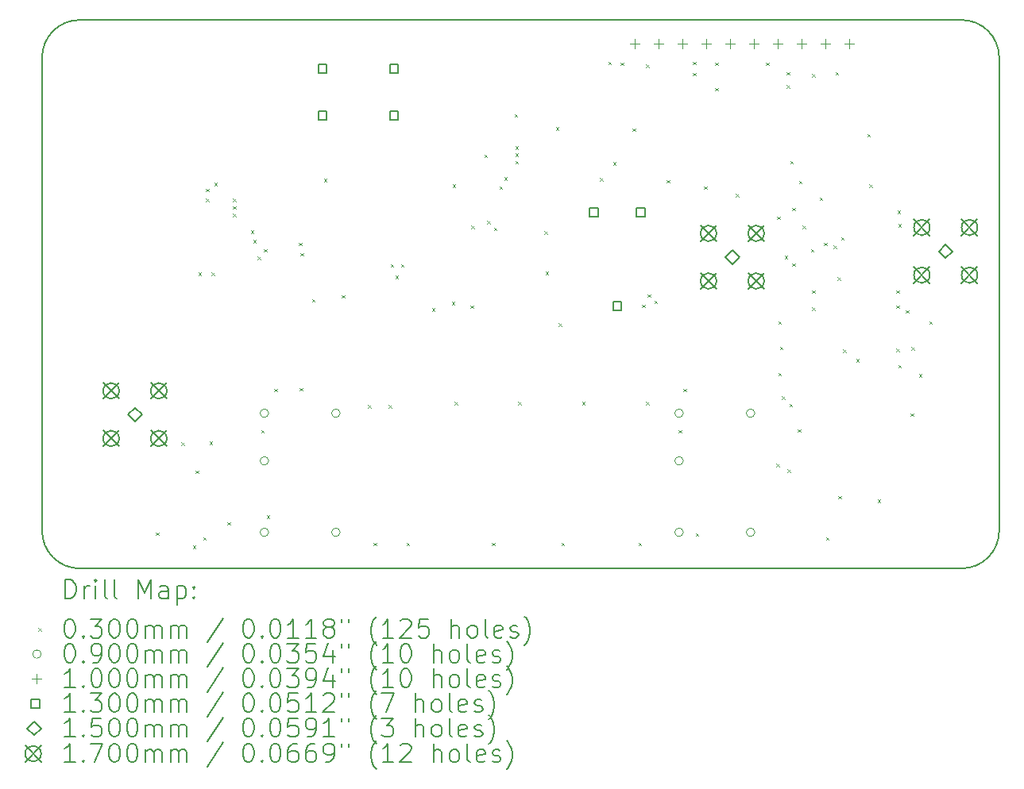
<source format=gbr>
%FSLAX45Y45*%
G04 Gerber Fmt 4.5, Leading zero omitted, Abs format (unit mm)*
G04 Created by KiCad (PCBNEW (6.0.6)) date 2023-01-28 17:16:56*
%MOMM*%
%LPD*%
G01*
G04 APERTURE LIST*
%TA.AperFunction,Profile*%
%ADD10C,0.200000*%
%TD*%
%ADD11C,0.200000*%
%ADD12C,0.030000*%
%ADD13C,0.090000*%
%ADD14C,0.100000*%
%ADD15C,0.130000*%
%ADD16C,0.150000*%
%ADD17C,0.170000*%
G04 APERTURE END LIST*
D10*
X17550000Y-12000000D02*
X17550000Y-6950000D01*
X17550000Y-6950000D02*
G75*
G03*
X17150000Y-6550000I-400000J0D01*
G01*
X7350000Y-12000000D02*
G75*
G03*
X7750000Y-12400000I400000J0D01*
G01*
X7750000Y-6550000D02*
G75*
G03*
X7350000Y-6950000I0J-400000D01*
G01*
X7750000Y-12400000D02*
X17150000Y-12400000D01*
X7750000Y-6550000D02*
X17150000Y-6550000D01*
X7350000Y-12000000D02*
X7350000Y-6950000D01*
X17150000Y-12400000D02*
G75*
G03*
X17550000Y-12000000I0J400000D01*
G01*
D11*
D12*
X8565000Y-12015000D02*
X8595000Y-12045000D01*
X8595000Y-12015000D02*
X8565000Y-12045000D01*
X8835000Y-11055000D02*
X8865000Y-11085000D01*
X8865000Y-11055000D02*
X8835000Y-11085000D01*
X8955000Y-12155000D02*
X8985000Y-12185000D01*
X8985000Y-12155000D02*
X8955000Y-12185000D01*
X8985000Y-11355000D02*
X9015000Y-11385000D01*
X9015000Y-11355000D02*
X8985000Y-11385000D01*
X9015000Y-9245000D02*
X9045000Y-9275000D01*
X9045000Y-9245000D02*
X9015000Y-9275000D01*
X9065000Y-12065000D02*
X9095000Y-12095000D01*
X9095000Y-12065000D02*
X9065000Y-12095000D01*
X9095000Y-8350000D02*
X9125000Y-8380000D01*
X9125000Y-8350000D02*
X9095000Y-8380000D01*
X9095000Y-8455000D02*
X9125000Y-8485000D01*
X9125000Y-8455000D02*
X9095000Y-8485000D01*
X9135000Y-11045000D02*
X9165000Y-11075000D01*
X9165000Y-11045000D02*
X9135000Y-11075000D01*
X9155000Y-9245000D02*
X9185000Y-9275000D01*
X9185000Y-9245000D02*
X9155000Y-9275000D01*
X9185000Y-8285000D02*
X9215000Y-8315000D01*
X9215000Y-8285000D02*
X9185000Y-8315000D01*
X9325000Y-11905000D02*
X9355000Y-11935000D01*
X9355000Y-11905000D02*
X9325000Y-11935000D01*
X9385000Y-8455000D02*
X9415000Y-8485000D01*
X9415000Y-8455000D02*
X9385000Y-8485000D01*
X9385000Y-8535000D02*
X9415000Y-8565000D01*
X9415000Y-8535000D02*
X9385000Y-8565000D01*
X9385000Y-8615000D02*
X9415000Y-8645000D01*
X9415000Y-8615000D02*
X9385000Y-8645000D01*
X9575000Y-8795000D02*
X9605000Y-8825000D01*
X9605000Y-8795000D02*
X9575000Y-8825000D01*
X9600000Y-8895000D02*
X9630000Y-8925000D01*
X9630000Y-8895000D02*
X9600000Y-8925000D01*
X9645000Y-9075000D02*
X9675000Y-9105000D01*
X9675000Y-9075000D02*
X9645000Y-9105000D01*
X9685000Y-10925000D02*
X9715000Y-10955000D01*
X9715000Y-10925000D02*
X9685000Y-10955000D01*
X9715000Y-8995000D02*
X9745000Y-9025000D01*
X9745000Y-8995000D02*
X9715000Y-9025000D01*
X9745000Y-11835000D02*
X9775000Y-11865000D01*
X9775000Y-11835000D02*
X9745000Y-11865000D01*
X9825000Y-10485000D02*
X9855000Y-10515000D01*
X9855000Y-10485000D02*
X9825000Y-10515000D01*
X10085000Y-8925000D02*
X10115000Y-8955000D01*
X10115000Y-8925000D02*
X10085000Y-8955000D01*
X10095000Y-10475000D02*
X10125000Y-10505000D01*
X10125000Y-10475000D02*
X10095000Y-10505000D01*
X10105000Y-9035000D02*
X10135000Y-9065000D01*
X10135000Y-9035000D02*
X10105000Y-9065000D01*
X10225000Y-9525000D02*
X10255000Y-9555000D01*
X10255000Y-9525000D02*
X10225000Y-9555000D01*
X10355000Y-8245000D02*
X10385000Y-8275000D01*
X10385000Y-8245000D02*
X10355000Y-8275000D01*
X10545000Y-9485000D02*
X10575000Y-9515000D01*
X10575000Y-9485000D02*
X10545000Y-9515000D01*
X10825000Y-10655000D02*
X10855000Y-10685000D01*
X10855000Y-10655000D02*
X10825000Y-10685000D01*
X10885000Y-12125000D02*
X10915000Y-12155000D01*
X10915000Y-12125000D02*
X10885000Y-12155000D01*
X11045000Y-10655000D02*
X11075000Y-10685000D01*
X11075000Y-10655000D02*
X11045000Y-10685000D01*
X11065000Y-9155000D02*
X11095000Y-9185000D01*
X11095000Y-9155000D02*
X11065000Y-9185000D01*
X11115000Y-9275000D02*
X11145000Y-9305000D01*
X11145000Y-9275000D02*
X11115000Y-9305000D01*
X11175000Y-9155000D02*
X11205000Y-9185000D01*
X11205000Y-9155000D02*
X11175000Y-9185000D01*
X11235000Y-12125000D02*
X11265000Y-12155000D01*
X11265000Y-12125000D02*
X11235000Y-12155000D01*
X11505000Y-9625000D02*
X11535000Y-9655000D01*
X11535000Y-9625000D02*
X11505000Y-9655000D01*
X11715000Y-9555000D02*
X11745000Y-9585000D01*
X11745000Y-9555000D02*
X11715000Y-9585000D01*
X11725000Y-8305000D02*
X11755000Y-8335000D01*
X11755000Y-8305000D02*
X11725000Y-8335000D01*
X11745000Y-10625000D02*
X11775000Y-10655000D01*
X11775000Y-10625000D02*
X11745000Y-10655000D01*
X11915000Y-9595000D02*
X11945000Y-9625000D01*
X11945000Y-9595000D02*
X11915000Y-9625000D01*
X11925000Y-8745000D02*
X11955000Y-8775000D01*
X11955000Y-8745000D02*
X11925000Y-8775000D01*
X12065000Y-7985000D02*
X12095000Y-8015000D01*
X12095000Y-7985000D02*
X12065000Y-8015000D01*
X12095000Y-8695000D02*
X12125000Y-8725000D01*
X12125000Y-8695000D02*
X12095000Y-8725000D01*
X12145000Y-12125000D02*
X12175000Y-12155000D01*
X12175000Y-12125000D02*
X12145000Y-12155000D01*
X12165000Y-8765000D02*
X12195000Y-8795000D01*
X12195000Y-8765000D02*
X12165000Y-8795000D01*
X12225000Y-8325000D02*
X12255000Y-8355000D01*
X12255000Y-8325000D02*
X12225000Y-8355000D01*
X12275000Y-8225000D02*
X12305000Y-8255000D01*
X12305000Y-8225000D02*
X12275000Y-8255000D01*
X12385000Y-7555000D02*
X12415000Y-7585000D01*
X12415000Y-7555000D02*
X12385000Y-7585000D01*
X12395000Y-7895000D02*
X12425000Y-7925000D01*
X12425000Y-7895000D02*
X12395000Y-7925000D01*
X12395000Y-7975000D02*
X12425000Y-8005000D01*
X12425000Y-7975000D02*
X12395000Y-8005000D01*
X12395000Y-8055000D02*
X12425000Y-8085000D01*
X12425000Y-8055000D02*
X12395000Y-8085000D01*
X12425000Y-10625000D02*
X12455000Y-10655000D01*
X12455000Y-10625000D02*
X12425000Y-10655000D01*
X12705000Y-8805000D02*
X12735000Y-8835000D01*
X12735000Y-8805000D02*
X12705000Y-8835000D01*
X12715000Y-9235000D02*
X12745000Y-9265000D01*
X12745000Y-9235000D02*
X12715000Y-9265000D01*
X12825000Y-7695000D02*
X12855000Y-7725000D01*
X12855000Y-7695000D02*
X12825000Y-7725000D01*
X12855000Y-9785000D02*
X12885000Y-9815000D01*
X12885000Y-9785000D02*
X12855000Y-9815000D01*
X12885000Y-12125000D02*
X12915000Y-12155000D01*
X12915000Y-12125000D02*
X12885000Y-12155000D01*
X13105000Y-10625000D02*
X13135000Y-10655000D01*
X13135000Y-10625000D02*
X13105000Y-10655000D01*
X13295000Y-8235000D02*
X13325000Y-8265000D01*
X13325000Y-8235000D02*
X13295000Y-8265000D01*
X13385000Y-6995000D02*
X13415000Y-7025000D01*
X13415000Y-6995000D02*
X13385000Y-7025000D01*
X13435000Y-8065000D02*
X13465000Y-8095000D01*
X13465000Y-8065000D02*
X13435000Y-8095000D01*
X13515000Y-7005000D02*
X13545000Y-7035000D01*
X13545000Y-7005000D02*
X13515000Y-7035000D01*
X13645000Y-7705000D02*
X13675000Y-7735000D01*
X13675000Y-7705000D02*
X13645000Y-7735000D01*
X13705000Y-12125000D02*
X13735000Y-12155000D01*
X13735000Y-12125000D02*
X13705000Y-12155000D01*
X13745000Y-9585000D02*
X13775000Y-9615000D01*
X13775000Y-9585000D02*
X13745000Y-9615000D01*
X13785000Y-7025000D02*
X13815000Y-7055000D01*
X13815000Y-7025000D02*
X13785000Y-7055000D01*
X13785000Y-10625000D02*
X13815000Y-10655000D01*
X13815000Y-10625000D02*
X13785000Y-10655000D01*
X13805000Y-9475000D02*
X13835000Y-9505000D01*
X13835000Y-9475000D02*
X13805000Y-9505000D01*
X13875000Y-9545000D02*
X13905000Y-9575000D01*
X13905000Y-9545000D02*
X13875000Y-9575000D01*
X14005000Y-8255000D02*
X14035000Y-8285000D01*
X14035000Y-8255000D02*
X14005000Y-8285000D01*
X14135000Y-10925000D02*
X14165000Y-10955000D01*
X14165000Y-10925000D02*
X14135000Y-10955000D01*
X14185000Y-10485000D02*
X14215000Y-10515000D01*
X14215000Y-10485000D02*
X14185000Y-10515000D01*
X14285000Y-6995000D02*
X14315000Y-7025000D01*
X14315000Y-6995000D02*
X14285000Y-7025000D01*
X14285000Y-7115000D02*
X14315000Y-7145000D01*
X14315000Y-7115000D02*
X14285000Y-7145000D01*
X14315000Y-12025000D02*
X14345000Y-12055000D01*
X14345000Y-12025000D02*
X14315000Y-12055000D01*
X14405000Y-8325000D02*
X14435000Y-8355000D01*
X14435000Y-8325000D02*
X14405000Y-8355000D01*
X14525000Y-7005000D02*
X14555000Y-7035000D01*
X14555000Y-7005000D02*
X14525000Y-7035000D01*
X14525000Y-7275000D02*
X14555000Y-7305000D01*
X14555000Y-7275000D02*
X14525000Y-7305000D01*
X14745000Y-8405000D02*
X14775000Y-8435000D01*
X14775000Y-8405000D02*
X14745000Y-8435000D01*
X15065000Y-7005000D02*
X15095000Y-7035000D01*
X15095000Y-7005000D02*
X15065000Y-7035000D01*
X15175000Y-11285000D02*
X15205000Y-11315000D01*
X15205000Y-11285000D02*
X15175000Y-11315000D01*
X15185000Y-8645000D02*
X15215000Y-8675000D01*
X15215000Y-8645000D02*
X15185000Y-8675000D01*
X15195000Y-9765000D02*
X15225000Y-9795000D01*
X15225000Y-9765000D02*
X15195000Y-9795000D01*
X15195000Y-10315000D02*
X15225000Y-10345000D01*
X15225000Y-10315000D02*
X15195000Y-10345000D01*
X15215000Y-10035000D02*
X15245000Y-10065000D01*
X15245000Y-10035000D02*
X15215000Y-10065000D01*
X15235000Y-10565000D02*
X15265000Y-10595000D01*
X15265000Y-10565000D02*
X15235000Y-10595000D01*
X15265000Y-9065000D02*
X15295000Y-9095000D01*
X15295000Y-9065000D02*
X15265000Y-9095000D01*
X15285000Y-7105000D02*
X15315000Y-7135000D01*
X15315000Y-7105000D02*
X15285000Y-7135000D01*
X15285000Y-7245000D02*
X15315000Y-7275000D01*
X15315000Y-7245000D02*
X15285000Y-7275000D01*
X15295000Y-11345000D02*
X15325000Y-11375000D01*
X15325000Y-11345000D02*
X15295000Y-11375000D01*
X15315000Y-10645000D02*
X15345000Y-10675000D01*
X15345000Y-10645000D02*
X15315000Y-10675000D01*
X15325000Y-8055000D02*
X15355000Y-8085000D01*
X15355000Y-8055000D02*
X15325000Y-8085000D01*
X15345000Y-8555000D02*
X15375000Y-8585000D01*
X15375000Y-8555000D02*
X15345000Y-8585000D01*
X15345000Y-9145000D02*
X15375000Y-9175000D01*
X15375000Y-9145000D02*
X15345000Y-9175000D01*
X15405000Y-10915000D02*
X15435000Y-10945000D01*
X15435000Y-10915000D02*
X15405000Y-10945000D01*
X15415000Y-8265000D02*
X15445000Y-8295000D01*
X15445000Y-8265000D02*
X15415000Y-8295000D01*
X15455000Y-8745000D02*
X15485000Y-8775000D01*
X15485000Y-8745000D02*
X15455000Y-8775000D01*
X15545000Y-8995000D02*
X15575000Y-9025000D01*
X15575000Y-8995000D02*
X15545000Y-9025000D01*
X15555000Y-7125000D02*
X15585000Y-7155000D01*
X15585000Y-7125000D02*
X15555000Y-7155000D01*
X15555000Y-9435000D02*
X15585000Y-9465000D01*
X15585000Y-9435000D02*
X15555000Y-9465000D01*
X15555000Y-9615000D02*
X15585000Y-9645000D01*
X15585000Y-9615000D02*
X15555000Y-9645000D01*
X15635000Y-8445000D02*
X15665000Y-8475000D01*
X15665000Y-8445000D02*
X15635000Y-8475000D01*
X15685000Y-8925000D02*
X15715000Y-8955000D01*
X15715000Y-8925000D02*
X15685000Y-8955000D01*
X15705000Y-12065000D02*
X15735000Y-12095000D01*
X15735000Y-12065000D02*
X15705000Y-12095000D01*
X15785000Y-8955000D02*
X15815000Y-8985000D01*
X15815000Y-8955000D02*
X15785000Y-8985000D01*
X15805000Y-7105000D02*
X15835000Y-7135000D01*
X15835000Y-7105000D02*
X15805000Y-7135000D01*
X15825000Y-9295000D02*
X15855000Y-9325000D01*
X15855000Y-9295000D02*
X15825000Y-9325000D01*
X15835000Y-11625000D02*
X15865000Y-11655000D01*
X15865000Y-11625000D02*
X15835000Y-11655000D01*
X15865000Y-8865000D02*
X15895000Y-8895000D01*
X15895000Y-8865000D02*
X15865000Y-8895000D01*
X15885000Y-10065000D02*
X15915000Y-10095000D01*
X15915000Y-10065000D02*
X15885000Y-10095000D01*
X16025000Y-10165000D02*
X16055000Y-10195000D01*
X16055000Y-10165000D02*
X16025000Y-10195000D01*
X16145000Y-7765000D02*
X16175000Y-7795000D01*
X16175000Y-7765000D02*
X16145000Y-7795000D01*
X16165000Y-8305000D02*
X16195000Y-8335000D01*
X16195000Y-8305000D02*
X16165000Y-8335000D01*
X16255000Y-11665000D02*
X16285000Y-11695000D01*
X16285000Y-11665000D02*
X16255000Y-11695000D01*
X16455000Y-9433800D02*
X16485000Y-9463800D01*
X16485000Y-9433800D02*
X16455000Y-9463800D01*
X16455000Y-9595000D02*
X16485000Y-9625000D01*
X16485000Y-9595000D02*
X16455000Y-9625000D01*
X16455000Y-10055000D02*
X16485000Y-10085000D01*
X16485000Y-10055000D02*
X16455000Y-10085000D01*
X16465000Y-8585000D02*
X16495000Y-8615000D01*
X16495000Y-8585000D02*
X16465000Y-8615000D01*
X16475000Y-8725000D02*
X16505000Y-8755000D01*
X16505000Y-8725000D02*
X16475000Y-8755000D01*
X16475000Y-10230000D02*
X16505000Y-10260000D01*
X16505000Y-10230000D02*
X16475000Y-10260000D01*
X16555000Y-9645000D02*
X16585000Y-9675000D01*
X16585000Y-9645000D02*
X16555000Y-9675000D01*
X16605000Y-10745000D02*
X16635000Y-10775000D01*
X16635000Y-10745000D02*
X16605000Y-10775000D01*
X16615000Y-10040000D02*
X16645000Y-10070000D01*
X16645000Y-10040000D02*
X16615000Y-10070000D01*
X16695000Y-10325000D02*
X16725000Y-10355000D01*
X16725000Y-10325000D02*
X16695000Y-10355000D01*
X16805000Y-9765000D02*
X16835000Y-9795000D01*
X16835000Y-9765000D02*
X16805000Y-9795000D01*
D13*
X9764000Y-10745000D02*
G75*
G03*
X9764000Y-10745000I-45000J0D01*
G01*
X9764000Y-11253000D02*
G75*
G03*
X9764000Y-11253000I-45000J0D01*
G01*
X9764000Y-12015000D02*
G75*
G03*
X9764000Y-12015000I-45000J0D01*
G01*
X10526000Y-10745000D02*
G75*
G03*
X10526000Y-10745000I-45000J0D01*
G01*
X10526000Y-12015000D02*
G75*
G03*
X10526000Y-12015000I-45000J0D01*
G01*
X14184000Y-10745000D02*
G75*
G03*
X14184000Y-10745000I-45000J0D01*
G01*
X14184000Y-11253000D02*
G75*
G03*
X14184000Y-11253000I-45000J0D01*
G01*
X14184000Y-12015000D02*
G75*
G03*
X14184000Y-12015000I-45000J0D01*
G01*
X14946000Y-10745000D02*
G75*
G03*
X14946000Y-10745000I-45000J0D01*
G01*
X14946000Y-12015000D02*
G75*
G03*
X14946000Y-12015000I-45000J0D01*
G01*
D14*
X13665200Y-6750000D02*
X13665200Y-6850000D01*
X13615200Y-6800000D02*
X13715200Y-6800000D01*
X13919200Y-6750000D02*
X13919200Y-6850000D01*
X13869200Y-6800000D02*
X13969200Y-6800000D01*
X14173200Y-6750000D02*
X14173200Y-6850000D01*
X14123200Y-6800000D02*
X14223200Y-6800000D01*
X14427200Y-6750000D02*
X14427200Y-6850000D01*
X14377200Y-6800000D02*
X14477200Y-6800000D01*
X14681200Y-6750000D02*
X14681200Y-6850000D01*
X14631200Y-6800000D02*
X14731200Y-6800000D01*
X14935200Y-6750000D02*
X14935200Y-6850000D01*
X14885200Y-6800000D02*
X14985200Y-6800000D01*
X15189200Y-6750000D02*
X15189200Y-6850000D01*
X15139200Y-6800000D02*
X15239200Y-6800000D01*
X15443200Y-6750000D02*
X15443200Y-6850000D01*
X15393200Y-6800000D02*
X15493200Y-6800000D01*
X15697200Y-6750000D02*
X15697200Y-6850000D01*
X15647200Y-6800000D02*
X15747200Y-6800000D01*
X15951200Y-6750000D02*
X15951200Y-6850000D01*
X15901200Y-6800000D02*
X16001200Y-6800000D01*
D15*
X10384962Y-7115962D02*
X10384962Y-7024038D01*
X10293038Y-7024038D01*
X10293038Y-7115962D01*
X10384962Y-7115962D01*
X10384962Y-7615962D02*
X10384962Y-7524038D01*
X10293038Y-7524038D01*
X10293038Y-7615962D01*
X10384962Y-7615962D01*
X11146962Y-7115962D02*
X11146962Y-7024038D01*
X11055038Y-7024038D01*
X11055038Y-7115962D01*
X11146962Y-7115962D01*
X11146962Y-7615962D02*
X11146962Y-7524038D01*
X11055038Y-7524038D01*
X11055038Y-7615962D01*
X11146962Y-7615962D01*
X13275962Y-8645962D02*
X13275962Y-8554038D01*
X13184038Y-8554038D01*
X13184038Y-8645962D01*
X13275962Y-8645962D01*
X13525962Y-9645962D02*
X13525962Y-9554038D01*
X13434038Y-9554038D01*
X13434038Y-9645962D01*
X13525962Y-9645962D01*
X13775962Y-8645962D02*
X13775962Y-8554038D01*
X13684038Y-8554038D01*
X13684038Y-8645962D01*
X13775962Y-8645962D01*
D16*
X8340000Y-10835000D02*
X8415000Y-10760000D01*
X8340000Y-10685000D01*
X8265000Y-10760000D01*
X8340000Y-10835000D01*
X14706600Y-9155500D02*
X14781600Y-9080500D01*
X14706600Y-9005500D01*
X14631600Y-9080500D01*
X14706600Y-9155500D01*
X16980000Y-9092000D02*
X17055000Y-9017000D01*
X16980000Y-8942000D01*
X16905000Y-9017000D01*
X16980000Y-9092000D01*
D17*
X8001000Y-10421000D02*
X8171000Y-10591000D01*
X8171000Y-10421000D02*
X8001000Y-10591000D01*
X8171000Y-10506000D02*
G75*
G03*
X8171000Y-10506000I-85000J0D01*
G01*
X8001000Y-10929000D02*
X8171000Y-11099000D01*
X8171000Y-10929000D02*
X8001000Y-11099000D01*
X8171000Y-11014000D02*
G75*
G03*
X8171000Y-11014000I-85000J0D01*
G01*
X8509000Y-10421000D02*
X8679000Y-10591000D01*
X8679000Y-10421000D02*
X8509000Y-10591000D01*
X8679000Y-10506000D02*
G75*
G03*
X8679000Y-10506000I-85000J0D01*
G01*
X8509000Y-10929000D02*
X8679000Y-11099000D01*
X8679000Y-10929000D02*
X8509000Y-11099000D01*
X8679000Y-11014000D02*
G75*
G03*
X8679000Y-11014000I-85000J0D01*
G01*
X14367600Y-8741500D02*
X14537600Y-8911500D01*
X14537600Y-8741500D02*
X14367600Y-8911500D01*
X14537600Y-8826500D02*
G75*
G03*
X14537600Y-8826500I-85000J0D01*
G01*
X14367600Y-9249500D02*
X14537600Y-9419500D01*
X14537600Y-9249500D02*
X14367600Y-9419500D01*
X14537600Y-9334500D02*
G75*
G03*
X14537600Y-9334500I-85000J0D01*
G01*
X14875600Y-8741500D02*
X15045600Y-8911500D01*
X15045600Y-8741500D02*
X14875600Y-8911500D01*
X15045600Y-8826500D02*
G75*
G03*
X15045600Y-8826500I-85000J0D01*
G01*
X14875600Y-9249500D02*
X15045600Y-9419500D01*
X15045600Y-9249500D02*
X14875600Y-9419500D01*
X15045600Y-9334500D02*
G75*
G03*
X15045600Y-9334500I-85000J0D01*
G01*
X16641000Y-8678000D02*
X16811000Y-8848000D01*
X16811000Y-8678000D02*
X16641000Y-8848000D01*
X16811000Y-8763000D02*
G75*
G03*
X16811000Y-8763000I-85000J0D01*
G01*
X16641000Y-9186000D02*
X16811000Y-9356000D01*
X16811000Y-9186000D02*
X16641000Y-9356000D01*
X16811000Y-9271000D02*
G75*
G03*
X16811000Y-9271000I-85000J0D01*
G01*
X17149000Y-8678000D02*
X17319000Y-8848000D01*
X17319000Y-8678000D02*
X17149000Y-8848000D01*
X17319000Y-8763000D02*
G75*
G03*
X17319000Y-8763000I-85000J0D01*
G01*
X17149000Y-9186000D02*
X17319000Y-9356000D01*
X17319000Y-9186000D02*
X17149000Y-9356000D01*
X17319000Y-9271000D02*
G75*
G03*
X17319000Y-9271000I-85000J0D01*
G01*
D11*
X7597619Y-12720476D02*
X7597619Y-12520476D01*
X7645238Y-12520476D01*
X7673809Y-12530000D01*
X7692857Y-12549048D01*
X7702381Y-12568095D01*
X7711905Y-12606190D01*
X7711905Y-12634762D01*
X7702381Y-12672857D01*
X7692857Y-12691905D01*
X7673809Y-12710952D01*
X7645238Y-12720476D01*
X7597619Y-12720476D01*
X7797619Y-12720476D02*
X7797619Y-12587143D01*
X7797619Y-12625238D02*
X7807143Y-12606190D01*
X7816667Y-12596667D01*
X7835714Y-12587143D01*
X7854762Y-12587143D01*
X7921428Y-12720476D02*
X7921428Y-12587143D01*
X7921428Y-12520476D02*
X7911905Y-12530000D01*
X7921428Y-12539524D01*
X7930952Y-12530000D01*
X7921428Y-12520476D01*
X7921428Y-12539524D01*
X8045238Y-12720476D02*
X8026190Y-12710952D01*
X8016667Y-12691905D01*
X8016667Y-12520476D01*
X8150000Y-12720476D02*
X8130952Y-12710952D01*
X8121428Y-12691905D01*
X8121428Y-12520476D01*
X8378571Y-12720476D02*
X8378571Y-12520476D01*
X8445238Y-12663333D01*
X8511905Y-12520476D01*
X8511905Y-12720476D01*
X8692857Y-12720476D02*
X8692857Y-12615714D01*
X8683333Y-12596667D01*
X8664286Y-12587143D01*
X8626190Y-12587143D01*
X8607143Y-12596667D01*
X8692857Y-12710952D02*
X8673810Y-12720476D01*
X8626190Y-12720476D01*
X8607143Y-12710952D01*
X8597619Y-12691905D01*
X8597619Y-12672857D01*
X8607143Y-12653809D01*
X8626190Y-12644286D01*
X8673810Y-12644286D01*
X8692857Y-12634762D01*
X8788095Y-12587143D02*
X8788095Y-12787143D01*
X8788095Y-12596667D02*
X8807143Y-12587143D01*
X8845238Y-12587143D01*
X8864286Y-12596667D01*
X8873810Y-12606190D01*
X8883333Y-12625238D01*
X8883333Y-12682381D01*
X8873810Y-12701428D01*
X8864286Y-12710952D01*
X8845238Y-12720476D01*
X8807143Y-12720476D01*
X8788095Y-12710952D01*
X8969048Y-12701428D02*
X8978571Y-12710952D01*
X8969048Y-12720476D01*
X8959524Y-12710952D01*
X8969048Y-12701428D01*
X8969048Y-12720476D01*
X8969048Y-12596667D02*
X8978571Y-12606190D01*
X8969048Y-12615714D01*
X8959524Y-12606190D01*
X8969048Y-12596667D01*
X8969048Y-12615714D01*
D12*
X7310000Y-13035000D02*
X7340000Y-13065000D01*
X7340000Y-13035000D02*
X7310000Y-13065000D01*
D11*
X7635714Y-12940476D02*
X7654762Y-12940476D01*
X7673809Y-12950000D01*
X7683333Y-12959524D01*
X7692857Y-12978571D01*
X7702381Y-13016667D01*
X7702381Y-13064286D01*
X7692857Y-13102381D01*
X7683333Y-13121428D01*
X7673809Y-13130952D01*
X7654762Y-13140476D01*
X7635714Y-13140476D01*
X7616667Y-13130952D01*
X7607143Y-13121428D01*
X7597619Y-13102381D01*
X7588095Y-13064286D01*
X7588095Y-13016667D01*
X7597619Y-12978571D01*
X7607143Y-12959524D01*
X7616667Y-12950000D01*
X7635714Y-12940476D01*
X7788095Y-13121428D02*
X7797619Y-13130952D01*
X7788095Y-13140476D01*
X7778571Y-13130952D01*
X7788095Y-13121428D01*
X7788095Y-13140476D01*
X7864286Y-12940476D02*
X7988095Y-12940476D01*
X7921428Y-13016667D01*
X7950000Y-13016667D01*
X7969048Y-13026190D01*
X7978571Y-13035714D01*
X7988095Y-13054762D01*
X7988095Y-13102381D01*
X7978571Y-13121428D01*
X7969048Y-13130952D01*
X7950000Y-13140476D01*
X7892857Y-13140476D01*
X7873809Y-13130952D01*
X7864286Y-13121428D01*
X8111905Y-12940476D02*
X8130952Y-12940476D01*
X8150000Y-12950000D01*
X8159524Y-12959524D01*
X8169048Y-12978571D01*
X8178571Y-13016667D01*
X8178571Y-13064286D01*
X8169048Y-13102381D01*
X8159524Y-13121428D01*
X8150000Y-13130952D01*
X8130952Y-13140476D01*
X8111905Y-13140476D01*
X8092857Y-13130952D01*
X8083333Y-13121428D01*
X8073809Y-13102381D01*
X8064286Y-13064286D01*
X8064286Y-13016667D01*
X8073809Y-12978571D01*
X8083333Y-12959524D01*
X8092857Y-12950000D01*
X8111905Y-12940476D01*
X8302381Y-12940476D02*
X8321428Y-12940476D01*
X8340476Y-12950000D01*
X8350000Y-12959524D01*
X8359524Y-12978571D01*
X8369048Y-13016667D01*
X8369048Y-13064286D01*
X8359524Y-13102381D01*
X8350000Y-13121428D01*
X8340476Y-13130952D01*
X8321428Y-13140476D01*
X8302381Y-13140476D01*
X8283333Y-13130952D01*
X8273809Y-13121428D01*
X8264286Y-13102381D01*
X8254762Y-13064286D01*
X8254762Y-13016667D01*
X8264286Y-12978571D01*
X8273809Y-12959524D01*
X8283333Y-12950000D01*
X8302381Y-12940476D01*
X8454762Y-13140476D02*
X8454762Y-13007143D01*
X8454762Y-13026190D02*
X8464286Y-13016667D01*
X8483333Y-13007143D01*
X8511905Y-13007143D01*
X8530952Y-13016667D01*
X8540476Y-13035714D01*
X8540476Y-13140476D01*
X8540476Y-13035714D02*
X8550000Y-13016667D01*
X8569048Y-13007143D01*
X8597619Y-13007143D01*
X8616667Y-13016667D01*
X8626190Y-13035714D01*
X8626190Y-13140476D01*
X8721429Y-13140476D02*
X8721429Y-13007143D01*
X8721429Y-13026190D02*
X8730952Y-13016667D01*
X8750000Y-13007143D01*
X8778571Y-13007143D01*
X8797619Y-13016667D01*
X8807143Y-13035714D01*
X8807143Y-13140476D01*
X8807143Y-13035714D02*
X8816667Y-13016667D01*
X8835714Y-13007143D01*
X8864286Y-13007143D01*
X8883333Y-13016667D01*
X8892857Y-13035714D01*
X8892857Y-13140476D01*
X9283333Y-12930952D02*
X9111905Y-13188095D01*
X9540476Y-12940476D02*
X9559524Y-12940476D01*
X9578571Y-12950000D01*
X9588095Y-12959524D01*
X9597619Y-12978571D01*
X9607143Y-13016667D01*
X9607143Y-13064286D01*
X9597619Y-13102381D01*
X9588095Y-13121428D01*
X9578571Y-13130952D01*
X9559524Y-13140476D01*
X9540476Y-13140476D01*
X9521429Y-13130952D01*
X9511905Y-13121428D01*
X9502381Y-13102381D01*
X9492857Y-13064286D01*
X9492857Y-13016667D01*
X9502381Y-12978571D01*
X9511905Y-12959524D01*
X9521429Y-12950000D01*
X9540476Y-12940476D01*
X9692857Y-13121428D02*
X9702381Y-13130952D01*
X9692857Y-13140476D01*
X9683333Y-13130952D01*
X9692857Y-13121428D01*
X9692857Y-13140476D01*
X9826190Y-12940476D02*
X9845238Y-12940476D01*
X9864286Y-12950000D01*
X9873810Y-12959524D01*
X9883333Y-12978571D01*
X9892857Y-13016667D01*
X9892857Y-13064286D01*
X9883333Y-13102381D01*
X9873810Y-13121428D01*
X9864286Y-13130952D01*
X9845238Y-13140476D01*
X9826190Y-13140476D01*
X9807143Y-13130952D01*
X9797619Y-13121428D01*
X9788095Y-13102381D01*
X9778571Y-13064286D01*
X9778571Y-13016667D01*
X9788095Y-12978571D01*
X9797619Y-12959524D01*
X9807143Y-12950000D01*
X9826190Y-12940476D01*
X10083333Y-13140476D02*
X9969048Y-13140476D01*
X10026190Y-13140476D02*
X10026190Y-12940476D01*
X10007143Y-12969048D01*
X9988095Y-12988095D01*
X9969048Y-12997619D01*
X10273810Y-13140476D02*
X10159524Y-13140476D01*
X10216667Y-13140476D02*
X10216667Y-12940476D01*
X10197619Y-12969048D01*
X10178571Y-12988095D01*
X10159524Y-12997619D01*
X10388095Y-13026190D02*
X10369048Y-13016667D01*
X10359524Y-13007143D01*
X10350000Y-12988095D01*
X10350000Y-12978571D01*
X10359524Y-12959524D01*
X10369048Y-12950000D01*
X10388095Y-12940476D01*
X10426190Y-12940476D01*
X10445238Y-12950000D01*
X10454762Y-12959524D01*
X10464286Y-12978571D01*
X10464286Y-12988095D01*
X10454762Y-13007143D01*
X10445238Y-13016667D01*
X10426190Y-13026190D01*
X10388095Y-13026190D01*
X10369048Y-13035714D01*
X10359524Y-13045238D01*
X10350000Y-13064286D01*
X10350000Y-13102381D01*
X10359524Y-13121428D01*
X10369048Y-13130952D01*
X10388095Y-13140476D01*
X10426190Y-13140476D01*
X10445238Y-13130952D01*
X10454762Y-13121428D01*
X10464286Y-13102381D01*
X10464286Y-13064286D01*
X10454762Y-13045238D01*
X10445238Y-13035714D01*
X10426190Y-13026190D01*
X10540476Y-12940476D02*
X10540476Y-12978571D01*
X10616667Y-12940476D02*
X10616667Y-12978571D01*
X10911905Y-13216667D02*
X10902381Y-13207143D01*
X10883333Y-13178571D01*
X10873810Y-13159524D01*
X10864286Y-13130952D01*
X10854762Y-13083333D01*
X10854762Y-13045238D01*
X10864286Y-12997619D01*
X10873810Y-12969048D01*
X10883333Y-12950000D01*
X10902381Y-12921428D01*
X10911905Y-12911905D01*
X11092857Y-13140476D02*
X10978571Y-13140476D01*
X11035714Y-13140476D02*
X11035714Y-12940476D01*
X11016667Y-12969048D01*
X10997619Y-12988095D01*
X10978571Y-12997619D01*
X11169048Y-12959524D02*
X11178571Y-12950000D01*
X11197619Y-12940476D01*
X11245238Y-12940476D01*
X11264286Y-12950000D01*
X11273809Y-12959524D01*
X11283333Y-12978571D01*
X11283333Y-12997619D01*
X11273809Y-13026190D01*
X11159524Y-13140476D01*
X11283333Y-13140476D01*
X11464286Y-12940476D02*
X11369048Y-12940476D01*
X11359524Y-13035714D01*
X11369048Y-13026190D01*
X11388095Y-13016667D01*
X11435714Y-13016667D01*
X11454762Y-13026190D01*
X11464286Y-13035714D01*
X11473809Y-13054762D01*
X11473809Y-13102381D01*
X11464286Y-13121428D01*
X11454762Y-13130952D01*
X11435714Y-13140476D01*
X11388095Y-13140476D01*
X11369048Y-13130952D01*
X11359524Y-13121428D01*
X11711905Y-13140476D02*
X11711905Y-12940476D01*
X11797619Y-13140476D02*
X11797619Y-13035714D01*
X11788095Y-13016667D01*
X11769048Y-13007143D01*
X11740476Y-13007143D01*
X11721428Y-13016667D01*
X11711905Y-13026190D01*
X11921428Y-13140476D02*
X11902381Y-13130952D01*
X11892857Y-13121428D01*
X11883333Y-13102381D01*
X11883333Y-13045238D01*
X11892857Y-13026190D01*
X11902381Y-13016667D01*
X11921428Y-13007143D01*
X11950000Y-13007143D01*
X11969048Y-13016667D01*
X11978571Y-13026190D01*
X11988095Y-13045238D01*
X11988095Y-13102381D01*
X11978571Y-13121428D01*
X11969048Y-13130952D01*
X11950000Y-13140476D01*
X11921428Y-13140476D01*
X12102381Y-13140476D02*
X12083333Y-13130952D01*
X12073809Y-13111905D01*
X12073809Y-12940476D01*
X12254762Y-13130952D02*
X12235714Y-13140476D01*
X12197619Y-13140476D01*
X12178571Y-13130952D01*
X12169048Y-13111905D01*
X12169048Y-13035714D01*
X12178571Y-13016667D01*
X12197619Y-13007143D01*
X12235714Y-13007143D01*
X12254762Y-13016667D01*
X12264286Y-13035714D01*
X12264286Y-13054762D01*
X12169048Y-13073809D01*
X12340476Y-13130952D02*
X12359524Y-13140476D01*
X12397619Y-13140476D01*
X12416667Y-13130952D01*
X12426190Y-13111905D01*
X12426190Y-13102381D01*
X12416667Y-13083333D01*
X12397619Y-13073809D01*
X12369048Y-13073809D01*
X12350000Y-13064286D01*
X12340476Y-13045238D01*
X12340476Y-13035714D01*
X12350000Y-13016667D01*
X12369048Y-13007143D01*
X12397619Y-13007143D01*
X12416667Y-13016667D01*
X12492857Y-13216667D02*
X12502381Y-13207143D01*
X12521428Y-13178571D01*
X12530952Y-13159524D01*
X12540476Y-13130952D01*
X12550000Y-13083333D01*
X12550000Y-13045238D01*
X12540476Y-12997619D01*
X12530952Y-12969048D01*
X12521428Y-12950000D01*
X12502381Y-12921428D01*
X12492857Y-12911905D01*
D13*
X7340000Y-13314000D02*
G75*
G03*
X7340000Y-13314000I-45000J0D01*
G01*
D11*
X7635714Y-13204476D02*
X7654762Y-13204476D01*
X7673809Y-13214000D01*
X7683333Y-13223524D01*
X7692857Y-13242571D01*
X7702381Y-13280667D01*
X7702381Y-13328286D01*
X7692857Y-13366381D01*
X7683333Y-13385428D01*
X7673809Y-13394952D01*
X7654762Y-13404476D01*
X7635714Y-13404476D01*
X7616667Y-13394952D01*
X7607143Y-13385428D01*
X7597619Y-13366381D01*
X7588095Y-13328286D01*
X7588095Y-13280667D01*
X7597619Y-13242571D01*
X7607143Y-13223524D01*
X7616667Y-13214000D01*
X7635714Y-13204476D01*
X7788095Y-13385428D02*
X7797619Y-13394952D01*
X7788095Y-13404476D01*
X7778571Y-13394952D01*
X7788095Y-13385428D01*
X7788095Y-13404476D01*
X7892857Y-13404476D02*
X7930952Y-13404476D01*
X7950000Y-13394952D01*
X7959524Y-13385428D01*
X7978571Y-13356857D01*
X7988095Y-13318762D01*
X7988095Y-13242571D01*
X7978571Y-13223524D01*
X7969048Y-13214000D01*
X7950000Y-13204476D01*
X7911905Y-13204476D01*
X7892857Y-13214000D01*
X7883333Y-13223524D01*
X7873809Y-13242571D01*
X7873809Y-13290190D01*
X7883333Y-13309238D01*
X7892857Y-13318762D01*
X7911905Y-13328286D01*
X7950000Y-13328286D01*
X7969048Y-13318762D01*
X7978571Y-13309238D01*
X7988095Y-13290190D01*
X8111905Y-13204476D02*
X8130952Y-13204476D01*
X8150000Y-13214000D01*
X8159524Y-13223524D01*
X8169048Y-13242571D01*
X8178571Y-13280667D01*
X8178571Y-13328286D01*
X8169048Y-13366381D01*
X8159524Y-13385428D01*
X8150000Y-13394952D01*
X8130952Y-13404476D01*
X8111905Y-13404476D01*
X8092857Y-13394952D01*
X8083333Y-13385428D01*
X8073809Y-13366381D01*
X8064286Y-13328286D01*
X8064286Y-13280667D01*
X8073809Y-13242571D01*
X8083333Y-13223524D01*
X8092857Y-13214000D01*
X8111905Y-13204476D01*
X8302381Y-13204476D02*
X8321428Y-13204476D01*
X8340476Y-13214000D01*
X8350000Y-13223524D01*
X8359524Y-13242571D01*
X8369048Y-13280667D01*
X8369048Y-13328286D01*
X8359524Y-13366381D01*
X8350000Y-13385428D01*
X8340476Y-13394952D01*
X8321428Y-13404476D01*
X8302381Y-13404476D01*
X8283333Y-13394952D01*
X8273809Y-13385428D01*
X8264286Y-13366381D01*
X8254762Y-13328286D01*
X8254762Y-13280667D01*
X8264286Y-13242571D01*
X8273809Y-13223524D01*
X8283333Y-13214000D01*
X8302381Y-13204476D01*
X8454762Y-13404476D02*
X8454762Y-13271143D01*
X8454762Y-13290190D02*
X8464286Y-13280667D01*
X8483333Y-13271143D01*
X8511905Y-13271143D01*
X8530952Y-13280667D01*
X8540476Y-13299714D01*
X8540476Y-13404476D01*
X8540476Y-13299714D02*
X8550000Y-13280667D01*
X8569048Y-13271143D01*
X8597619Y-13271143D01*
X8616667Y-13280667D01*
X8626190Y-13299714D01*
X8626190Y-13404476D01*
X8721429Y-13404476D02*
X8721429Y-13271143D01*
X8721429Y-13290190D02*
X8730952Y-13280667D01*
X8750000Y-13271143D01*
X8778571Y-13271143D01*
X8797619Y-13280667D01*
X8807143Y-13299714D01*
X8807143Y-13404476D01*
X8807143Y-13299714D02*
X8816667Y-13280667D01*
X8835714Y-13271143D01*
X8864286Y-13271143D01*
X8883333Y-13280667D01*
X8892857Y-13299714D01*
X8892857Y-13404476D01*
X9283333Y-13194952D02*
X9111905Y-13452095D01*
X9540476Y-13204476D02*
X9559524Y-13204476D01*
X9578571Y-13214000D01*
X9588095Y-13223524D01*
X9597619Y-13242571D01*
X9607143Y-13280667D01*
X9607143Y-13328286D01*
X9597619Y-13366381D01*
X9588095Y-13385428D01*
X9578571Y-13394952D01*
X9559524Y-13404476D01*
X9540476Y-13404476D01*
X9521429Y-13394952D01*
X9511905Y-13385428D01*
X9502381Y-13366381D01*
X9492857Y-13328286D01*
X9492857Y-13280667D01*
X9502381Y-13242571D01*
X9511905Y-13223524D01*
X9521429Y-13214000D01*
X9540476Y-13204476D01*
X9692857Y-13385428D02*
X9702381Y-13394952D01*
X9692857Y-13404476D01*
X9683333Y-13394952D01*
X9692857Y-13385428D01*
X9692857Y-13404476D01*
X9826190Y-13204476D02*
X9845238Y-13204476D01*
X9864286Y-13214000D01*
X9873810Y-13223524D01*
X9883333Y-13242571D01*
X9892857Y-13280667D01*
X9892857Y-13328286D01*
X9883333Y-13366381D01*
X9873810Y-13385428D01*
X9864286Y-13394952D01*
X9845238Y-13404476D01*
X9826190Y-13404476D01*
X9807143Y-13394952D01*
X9797619Y-13385428D01*
X9788095Y-13366381D01*
X9778571Y-13328286D01*
X9778571Y-13280667D01*
X9788095Y-13242571D01*
X9797619Y-13223524D01*
X9807143Y-13214000D01*
X9826190Y-13204476D01*
X9959524Y-13204476D02*
X10083333Y-13204476D01*
X10016667Y-13280667D01*
X10045238Y-13280667D01*
X10064286Y-13290190D01*
X10073810Y-13299714D01*
X10083333Y-13318762D01*
X10083333Y-13366381D01*
X10073810Y-13385428D01*
X10064286Y-13394952D01*
X10045238Y-13404476D01*
X9988095Y-13404476D01*
X9969048Y-13394952D01*
X9959524Y-13385428D01*
X10264286Y-13204476D02*
X10169048Y-13204476D01*
X10159524Y-13299714D01*
X10169048Y-13290190D01*
X10188095Y-13280667D01*
X10235714Y-13280667D01*
X10254762Y-13290190D01*
X10264286Y-13299714D01*
X10273810Y-13318762D01*
X10273810Y-13366381D01*
X10264286Y-13385428D01*
X10254762Y-13394952D01*
X10235714Y-13404476D01*
X10188095Y-13404476D01*
X10169048Y-13394952D01*
X10159524Y-13385428D01*
X10445238Y-13271143D02*
X10445238Y-13404476D01*
X10397619Y-13194952D02*
X10350000Y-13337809D01*
X10473810Y-13337809D01*
X10540476Y-13204476D02*
X10540476Y-13242571D01*
X10616667Y-13204476D02*
X10616667Y-13242571D01*
X10911905Y-13480667D02*
X10902381Y-13471143D01*
X10883333Y-13442571D01*
X10873810Y-13423524D01*
X10864286Y-13394952D01*
X10854762Y-13347333D01*
X10854762Y-13309238D01*
X10864286Y-13261619D01*
X10873810Y-13233048D01*
X10883333Y-13214000D01*
X10902381Y-13185428D01*
X10911905Y-13175905D01*
X11092857Y-13404476D02*
X10978571Y-13404476D01*
X11035714Y-13404476D02*
X11035714Y-13204476D01*
X11016667Y-13233048D01*
X10997619Y-13252095D01*
X10978571Y-13261619D01*
X11216667Y-13204476D02*
X11235714Y-13204476D01*
X11254762Y-13214000D01*
X11264286Y-13223524D01*
X11273809Y-13242571D01*
X11283333Y-13280667D01*
X11283333Y-13328286D01*
X11273809Y-13366381D01*
X11264286Y-13385428D01*
X11254762Y-13394952D01*
X11235714Y-13404476D01*
X11216667Y-13404476D01*
X11197619Y-13394952D01*
X11188095Y-13385428D01*
X11178571Y-13366381D01*
X11169048Y-13328286D01*
X11169048Y-13280667D01*
X11178571Y-13242571D01*
X11188095Y-13223524D01*
X11197619Y-13214000D01*
X11216667Y-13204476D01*
X11521428Y-13404476D02*
X11521428Y-13204476D01*
X11607143Y-13404476D02*
X11607143Y-13299714D01*
X11597619Y-13280667D01*
X11578571Y-13271143D01*
X11550000Y-13271143D01*
X11530952Y-13280667D01*
X11521428Y-13290190D01*
X11730952Y-13404476D02*
X11711905Y-13394952D01*
X11702381Y-13385428D01*
X11692857Y-13366381D01*
X11692857Y-13309238D01*
X11702381Y-13290190D01*
X11711905Y-13280667D01*
X11730952Y-13271143D01*
X11759524Y-13271143D01*
X11778571Y-13280667D01*
X11788095Y-13290190D01*
X11797619Y-13309238D01*
X11797619Y-13366381D01*
X11788095Y-13385428D01*
X11778571Y-13394952D01*
X11759524Y-13404476D01*
X11730952Y-13404476D01*
X11911905Y-13404476D02*
X11892857Y-13394952D01*
X11883333Y-13375905D01*
X11883333Y-13204476D01*
X12064286Y-13394952D02*
X12045238Y-13404476D01*
X12007143Y-13404476D01*
X11988095Y-13394952D01*
X11978571Y-13375905D01*
X11978571Y-13299714D01*
X11988095Y-13280667D01*
X12007143Y-13271143D01*
X12045238Y-13271143D01*
X12064286Y-13280667D01*
X12073809Y-13299714D01*
X12073809Y-13318762D01*
X11978571Y-13337809D01*
X12150000Y-13394952D02*
X12169048Y-13404476D01*
X12207143Y-13404476D01*
X12226190Y-13394952D01*
X12235714Y-13375905D01*
X12235714Y-13366381D01*
X12226190Y-13347333D01*
X12207143Y-13337809D01*
X12178571Y-13337809D01*
X12159524Y-13328286D01*
X12150000Y-13309238D01*
X12150000Y-13299714D01*
X12159524Y-13280667D01*
X12178571Y-13271143D01*
X12207143Y-13271143D01*
X12226190Y-13280667D01*
X12302381Y-13480667D02*
X12311905Y-13471143D01*
X12330952Y-13442571D01*
X12340476Y-13423524D01*
X12350000Y-13394952D01*
X12359524Y-13347333D01*
X12359524Y-13309238D01*
X12350000Y-13261619D01*
X12340476Y-13233048D01*
X12330952Y-13214000D01*
X12311905Y-13185428D01*
X12302381Y-13175905D01*
D14*
X7290000Y-13528000D02*
X7290000Y-13628000D01*
X7240000Y-13578000D02*
X7340000Y-13578000D01*
D11*
X7702381Y-13668476D02*
X7588095Y-13668476D01*
X7645238Y-13668476D02*
X7645238Y-13468476D01*
X7626190Y-13497048D01*
X7607143Y-13516095D01*
X7588095Y-13525619D01*
X7788095Y-13649428D02*
X7797619Y-13658952D01*
X7788095Y-13668476D01*
X7778571Y-13658952D01*
X7788095Y-13649428D01*
X7788095Y-13668476D01*
X7921428Y-13468476D02*
X7940476Y-13468476D01*
X7959524Y-13478000D01*
X7969048Y-13487524D01*
X7978571Y-13506571D01*
X7988095Y-13544667D01*
X7988095Y-13592286D01*
X7978571Y-13630381D01*
X7969048Y-13649428D01*
X7959524Y-13658952D01*
X7940476Y-13668476D01*
X7921428Y-13668476D01*
X7902381Y-13658952D01*
X7892857Y-13649428D01*
X7883333Y-13630381D01*
X7873809Y-13592286D01*
X7873809Y-13544667D01*
X7883333Y-13506571D01*
X7892857Y-13487524D01*
X7902381Y-13478000D01*
X7921428Y-13468476D01*
X8111905Y-13468476D02*
X8130952Y-13468476D01*
X8150000Y-13478000D01*
X8159524Y-13487524D01*
X8169048Y-13506571D01*
X8178571Y-13544667D01*
X8178571Y-13592286D01*
X8169048Y-13630381D01*
X8159524Y-13649428D01*
X8150000Y-13658952D01*
X8130952Y-13668476D01*
X8111905Y-13668476D01*
X8092857Y-13658952D01*
X8083333Y-13649428D01*
X8073809Y-13630381D01*
X8064286Y-13592286D01*
X8064286Y-13544667D01*
X8073809Y-13506571D01*
X8083333Y-13487524D01*
X8092857Y-13478000D01*
X8111905Y-13468476D01*
X8302381Y-13468476D02*
X8321428Y-13468476D01*
X8340476Y-13478000D01*
X8350000Y-13487524D01*
X8359524Y-13506571D01*
X8369048Y-13544667D01*
X8369048Y-13592286D01*
X8359524Y-13630381D01*
X8350000Y-13649428D01*
X8340476Y-13658952D01*
X8321428Y-13668476D01*
X8302381Y-13668476D01*
X8283333Y-13658952D01*
X8273809Y-13649428D01*
X8264286Y-13630381D01*
X8254762Y-13592286D01*
X8254762Y-13544667D01*
X8264286Y-13506571D01*
X8273809Y-13487524D01*
X8283333Y-13478000D01*
X8302381Y-13468476D01*
X8454762Y-13668476D02*
X8454762Y-13535143D01*
X8454762Y-13554190D02*
X8464286Y-13544667D01*
X8483333Y-13535143D01*
X8511905Y-13535143D01*
X8530952Y-13544667D01*
X8540476Y-13563714D01*
X8540476Y-13668476D01*
X8540476Y-13563714D02*
X8550000Y-13544667D01*
X8569048Y-13535143D01*
X8597619Y-13535143D01*
X8616667Y-13544667D01*
X8626190Y-13563714D01*
X8626190Y-13668476D01*
X8721429Y-13668476D02*
X8721429Y-13535143D01*
X8721429Y-13554190D02*
X8730952Y-13544667D01*
X8750000Y-13535143D01*
X8778571Y-13535143D01*
X8797619Y-13544667D01*
X8807143Y-13563714D01*
X8807143Y-13668476D01*
X8807143Y-13563714D02*
X8816667Y-13544667D01*
X8835714Y-13535143D01*
X8864286Y-13535143D01*
X8883333Y-13544667D01*
X8892857Y-13563714D01*
X8892857Y-13668476D01*
X9283333Y-13458952D02*
X9111905Y-13716095D01*
X9540476Y-13468476D02*
X9559524Y-13468476D01*
X9578571Y-13478000D01*
X9588095Y-13487524D01*
X9597619Y-13506571D01*
X9607143Y-13544667D01*
X9607143Y-13592286D01*
X9597619Y-13630381D01*
X9588095Y-13649428D01*
X9578571Y-13658952D01*
X9559524Y-13668476D01*
X9540476Y-13668476D01*
X9521429Y-13658952D01*
X9511905Y-13649428D01*
X9502381Y-13630381D01*
X9492857Y-13592286D01*
X9492857Y-13544667D01*
X9502381Y-13506571D01*
X9511905Y-13487524D01*
X9521429Y-13478000D01*
X9540476Y-13468476D01*
X9692857Y-13649428D02*
X9702381Y-13658952D01*
X9692857Y-13668476D01*
X9683333Y-13658952D01*
X9692857Y-13649428D01*
X9692857Y-13668476D01*
X9826190Y-13468476D02*
X9845238Y-13468476D01*
X9864286Y-13478000D01*
X9873810Y-13487524D01*
X9883333Y-13506571D01*
X9892857Y-13544667D01*
X9892857Y-13592286D01*
X9883333Y-13630381D01*
X9873810Y-13649428D01*
X9864286Y-13658952D01*
X9845238Y-13668476D01*
X9826190Y-13668476D01*
X9807143Y-13658952D01*
X9797619Y-13649428D01*
X9788095Y-13630381D01*
X9778571Y-13592286D01*
X9778571Y-13544667D01*
X9788095Y-13506571D01*
X9797619Y-13487524D01*
X9807143Y-13478000D01*
X9826190Y-13468476D01*
X9959524Y-13468476D02*
X10083333Y-13468476D01*
X10016667Y-13544667D01*
X10045238Y-13544667D01*
X10064286Y-13554190D01*
X10073810Y-13563714D01*
X10083333Y-13582762D01*
X10083333Y-13630381D01*
X10073810Y-13649428D01*
X10064286Y-13658952D01*
X10045238Y-13668476D01*
X9988095Y-13668476D01*
X9969048Y-13658952D01*
X9959524Y-13649428D01*
X10178571Y-13668476D02*
X10216667Y-13668476D01*
X10235714Y-13658952D01*
X10245238Y-13649428D01*
X10264286Y-13620857D01*
X10273810Y-13582762D01*
X10273810Y-13506571D01*
X10264286Y-13487524D01*
X10254762Y-13478000D01*
X10235714Y-13468476D01*
X10197619Y-13468476D01*
X10178571Y-13478000D01*
X10169048Y-13487524D01*
X10159524Y-13506571D01*
X10159524Y-13554190D01*
X10169048Y-13573238D01*
X10178571Y-13582762D01*
X10197619Y-13592286D01*
X10235714Y-13592286D01*
X10254762Y-13582762D01*
X10264286Y-13573238D01*
X10273810Y-13554190D01*
X10445238Y-13535143D02*
X10445238Y-13668476D01*
X10397619Y-13458952D02*
X10350000Y-13601809D01*
X10473810Y-13601809D01*
X10540476Y-13468476D02*
X10540476Y-13506571D01*
X10616667Y-13468476D02*
X10616667Y-13506571D01*
X10911905Y-13744667D02*
X10902381Y-13735143D01*
X10883333Y-13706571D01*
X10873810Y-13687524D01*
X10864286Y-13658952D01*
X10854762Y-13611333D01*
X10854762Y-13573238D01*
X10864286Y-13525619D01*
X10873810Y-13497048D01*
X10883333Y-13478000D01*
X10902381Y-13449428D01*
X10911905Y-13439905D01*
X11092857Y-13668476D02*
X10978571Y-13668476D01*
X11035714Y-13668476D02*
X11035714Y-13468476D01*
X11016667Y-13497048D01*
X10997619Y-13516095D01*
X10978571Y-13525619D01*
X11216667Y-13468476D02*
X11235714Y-13468476D01*
X11254762Y-13478000D01*
X11264286Y-13487524D01*
X11273809Y-13506571D01*
X11283333Y-13544667D01*
X11283333Y-13592286D01*
X11273809Y-13630381D01*
X11264286Y-13649428D01*
X11254762Y-13658952D01*
X11235714Y-13668476D01*
X11216667Y-13668476D01*
X11197619Y-13658952D01*
X11188095Y-13649428D01*
X11178571Y-13630381D01*
X11169048Y-13592286D01*
X11169048Y-13544667D01*
X11178571Y-13506571D01*
X11188095Y-13487524D01*
X11197619Y-13478000D01*
X11216667Y-13468476D01*
X11521428Y-13668476D02*
X11521428Y-13468476D01*
X11607143Y-13668476D02*
X11607143Y-13563714D01*
X11597619Y-13544667D01*
X11578571Y-13535143D01*
X11550000Y-13535143D01*
X11530952Y-13544667D01*
X11521428Y-13554190D01*
X11730952Y-13668476D02*
X11711905Y-13658952D01*
X11702381Y-13649428D01*
X11692857Y-13630381D01*
X11692857Y-13573238D01*
X11702381Y-13554190D01*
X11711905Y-13544667D01*
X11730952Y-13535143D01*
X11759524Y-13535143D01*
X11778571Y-13544667D01*
X11788095Y-13554190D01*
X11797619Y-13573238D01*
X11797619Y-13630381D01*
X11788095Y-13649428D01*
X11778571Y-13658952D01*
X11759524Y-13668476D01*
X11730952Y-13668476D01*
X11911905Y-13668476D02*
X11892857Y-13658952D01*
X11883333Y-13639905D01*
X11883333Y-13468476D01*
X12064286Y-13658952D02*
X12045238Y-13668476D01*
X12007143Y-13668476D01*
X11988095Y-13658952D01*
X11978571Y-13639905D01*
X11978571Y-13563714D01*
X11988095Y-13544667D01*
X12007143Y-13535143D01*
X12045238Y-13535143D01*
X12064286Y-13544667D01*
X12073809Y-13563714D01*
X12073809Y-13582762D01*
X11978571Y-13601809D01*
X12150000Y-13658952D02*
X12169048Y-13668476D01*
X12207143Y-13668476D01*
X12226190Y-13658952D01*
X12235714Y-13639905D01*
X12235714Y-13630381D01*
X12226190Y-13611333D01*
X12207143Y-13601809D01*
X12178571Y-13601809D01*
X12159524Y-13592286D01*
X12150000Y-13573238D01*
X12150000Y-13563714D01*
X12159524Y-13544667D01*
X12178571Y-13535143D01*
X12207143Y-13535143D01*
X12226190Y-13544667D01*
X12302381Y-13744667D02*
X12311905Y-13735143D01*
X12330952Y-13706571D01*
X12340476Y-13687524D01*
X12350000Y-13658952D01*
X12359524Y-13611333D01*
X12359524Y-13573238D01*
X12350000Y-13525619D01*
X12340476Y-13497048D01*
X12330952Y-13478000D01*
X12311905Y-13449428D01*
X12302381Y-13439905D01*
D15*
X7320962Y-13887962D02*
X7320962Y-13796038D01*
X7229038Y-13796038D01*
X7229038Y-13887962D01*
X7320962Y-13887962D01*
D11*
X7702381Y-13932476D02*
X7588095Y-13932476D01*
X7645238Y-13932476D02*
X7645238Y-13732476D01*
X7626190Y-13761048D01*
X7607143Y-13780095D01*
X7588095Y-13789619D01*
X7788095Y-13913428D02*
X7797619Y-13922952D01*
X7788095Y-13932476D01*
X7778571Y-13922952D01*
X7788095Y-13913428D01*
X7788095Y-13932476D01*
X7864286Y-13732476D02*
X7988095Y-13732476D01*
X7921428Y-13808667D01*
X7950000Y-13808667D01*
X7969048Y-13818190D01*
X7978571Y-13827714D01*
X7988095Y-13846762D01*
X7988095Y-13894381D01*
X7978571Y-13913428D01*
X7969048Y-13922952D01*
X7950000Y-13932476D01*
X7892857Y-13932476D01*
X7873809Y-13922952D01*
X7864286Y-13913428D01*
X8111905Y-13732476D02*
X8130952Y-13732476D01*
X8150000Y-13742000D01*
X8159524Y-13751524D01*
X8169048Y-13770571D01*
X8178571Y-13808667D01*
X8178571Y-13856286D01*
X8169048Y-13894381D01*
X8159524Y-13913428D01*
X8150000Y-13922952D01*
X8130952Y-13932476D01*
X8111905Y-13932476D01*
X8092857Y-13922952D01*
X8083333Y-13913428D01*
X8073809Y-13894381D01*
X8064286Y-13856286D01*
X8064286Y-13808667D01*
X8073809Y-13770571D01*
X8083333Y-13751524D01*
X8092857Y-13742000D01*
X8111905Y-13732476D01*
X8302381Y-13732476D02*
X8321428Y-13732476D01*
X8340476Y-13742000D01*
X8350000Y-13751524D01*
X8359524Y-13770571D01*
X8369048Y-13808667D01*
X8369048Y-13856286D01*
X8359524Y-13894381D01*
X8350000Y-13913428D01*
X8340476Y-13922952D01*
X8321428Y-13932476D01*
X8302381Y-13932476D01*
X8283333Y-13922952D01*
X8273809Y-13913428D01*
X8264286Y-13894381D01*
X8254762Y-13856286D01*
X8254762Y-13808667D01*
X8264286Y-13770571D01*
X8273809Y-13751524D01*
X8283333Y-13742000D01*
X8302381Y-13732476D01*
X8454762Y-13932476D02*
X8454762Y-13799143D01*
X8454762Y-13818190D02*
X8464286Y-13808667D01*
X8483333Y-13799143D01*
X8511905Y-13799143D01*
X8530952Y-13808667D01*
X8540476Y-13827714D01*
X8540476Y-13932476D01*
X8540476Y-13827714D02*
X8550000Y-13808667D01*
X8569048Y-13799143D01*
X8597619Y-13799143D01*
X8616667Y-13808667D01*
X8626190Y-13827714D01*
X8626190Y-13932476D01*
X8721429Y-13932476D02*
X8721429Y-13799143D01*
X8721429Y-13818190D02*
X8730952Y-13808667D01*
X8750000Y-13799143D01*
X8778571Y-13799143D01*
X8797619Y-13808667D01*
X8807143Y-13827714D01*
X8807143Y-13932476D01*
X8807143Y-13827714D02*
X8816667Y-13808667D01*
X8835714Y-13799143D01*
X8864286Y-13799143D01*
X8883333Y-13808667D01*
X8892857Y-13827714D01*
X8892857Y-13932476D01*
X9283333Y-13722952D02*
X9111905Y-13980095D01*
X9540476Y-13732476D02*
X9559524Y-13732476D01*
X9578571Y-13742000D01*
X9588095Y-13751524D01*
X9597619Y-13770571D01*
X9607143Y-13808667D01*
X9607143Y-13856286D01*
X9597619Y-13894381D01*
X9588095Y-13913428D01*
X9578571Y-13922952D01*
X9559524Y-13932476D01*
X9540476Y-13932476D01*
X9521429Y-13922952D01*
X9511905Y-13913428D01*
X9502381Y-13894381D01*
X9492857Y-13856286D01*
X9492857Y-13808667D01*
X9502381Y-13770571D01*
X9511905Y-13751524D01*
X9521429Y-13742000D01*
X9540476Y-13732476D01*
X9692857Y-13913428D02*
X9702381Y-13922952D01*
X9692857Y-13932476D01*
X9683333Y-13922952D01*
X9692857Y-13913428D01*
X9692857Y-13932476D01*
X9826190Y-13732476D02*
X9845238Y-13732476D01*
X9864286Y-13742000D01*
X9873810Y-13751524D01*
X9883333Y-13770571D01*
X9892857Y-13808667D01*
X9892857Y-13856286D01*
X9883333Y-13894381D01*
X9873810Y-13913428D01*
X9864286Y-13922952D01*
X9845238Y-13932476D01*
X9826190Y-13932476D01*
X9807143Y-13922952D01*
X9797619Y-13913428D01*
X9788095Y-13894381D01*
X9778571Y-13856286D01*
X9778571Y-13808667D01*
X9788095Y-13770571D01*
X9797619Y-13751524D01*
X9807143Y-13742000D01*
X9826190Y-13732476D01*
X10073810Y-13732476D02*
X9978571Y-13732476D01*
X9969048Y-13827714D01*
X9978571Y-13818190D01*
X9997619Y-13808667D01*
X10045238Y-13808667D01*
X10064286Y-13818190D01*
X10073810Y-13827714D01*
X10083333Y-13846762D01*
X10083333Y-13894381D01*
X10073810Y-13913428D01*
X10064286Y-13922952D01*
X10045238Y-13932476D01*
X9997619Y-13932476D01*
X9978571Y-13922952D01*
X9969048Y-13913428D01*
X10273810Y-13932476D02*
X10159524Y-13932476D01*
X10216667Y-13932476D02*
X10216667Y-13732476D01*
X10197619Y-13761048D01*
X10178571Y-13780095D01*
X10159524Y-13789619D01*
X10350000Y-13751524D02*
X10359524Y-13742000D01*
X10378571Y-13732476D01*
X10426190Y-13732476D01*
X10445238Y-13742000D01*
X10454762Y-13751524D01*
X10464286Y-13770571D01*
X10464286Y-13789619D01*
X10454762Y-13818190D01*
X10340476Y-13932476D01*
X10464286Y-13932476D01*
X10540476Y-13732476D02*
X10540476Y-13770571D01*
X10616667Y-13732476D02*
X10616667Y-13770571D01*
X10911905Y-14008667D02*
X10902381Y-13999143D01*
X10883333Y-13970571D01*
X10873810Y-13951524D01*
X10864286Y-13922952D01*
X10854762Y-13875333D01*
X10854762Y-13837238D01*
X10864286Y-13789619D01*
X10873810Y-13761048D01*
X10883333Y-13742000D01*
X10902381Y-13713428D01*
X10911905Y-13703905D01*
X10969048Y-13732476D02*
X11102381Y-13732476D01*
X11016667Y-13932476D01*
X11330952Y-13932476D02*
X11330952Y-13732476D01*
X11416667Y-13932476D02*
X11416667Y-13827714D01*
X11407143Y-13808667D01*
X11388095Y-13799143D01*
X11359524Y-13799143D01*
X11340476Y-13808667D01*
X11330952Y-13818190D01*
X11540476Y-13932476D02*
X11521428Y-13922952D01*
X11511905Y-13913428D01*
X11502381Y-13894381D01*
X11502381Y-13837238D01*
X11511905Y-13818190D01*
X11521428Y-13808667D01*
X11540476Y-13799143D01*
X11569048Y-13799143D01*
X11588095Y-13808667D01*
X11597619Y-13818190D01*
X11607143Y-13837238D01*
X11607143Y-13894381D01*
X11597619Y-13913428D01*
X11588095Y-13922952D01*
X11569048Y-13932476D01*
X11540476Y-13932476D01*
X11721428Y-13932476D02*
X11702381Y-13922952D01*
X11692857Y-13903905D01*
X11692857Y-13732476D01*
X11873809Y-13922952D02*
X11854762Y-13932476D01*
X11816667Y-13932476D01*
X11797619Y-13922952D01*
X11788095Y-13903905D01*
X11788095Y-13827714D01*
X11797619Y-13808667D01*
X11816667Y-13799143D01*
X11854762Y-13799143D01*
X11873809Y-13808667D01*
X11883333Y-13827714D01*
X11883333Y-13846762D01*
X11788095Y-13865809D01*
X11959524Y-13922952D02*
X11978571Y-13932476D01*
X12016667Y-13932476D01*
X12035714Y-13922952D01*
X12045238Y-13903905D01*
X12045238Y-13894381D01*
X12035714Y-13875333D01*
X12016667Y-13865809D01*
X11988095Y-13865809D01*
X11969048Y-13856286D01*
X11959524Y-13837238D01*
X11959524Y-13827714D01*
X11969048Y-13808667D01*
X11988095Y-13799143D01*
X12016667Y-13799143D01*
X12035714Y-13808667D01*
X12111905Y-14008667D02*
X12121428Y-13999143D01*
X12140476Y-13970571D01*
X12150000Y-13951524D01*
X12159524Y-13922952D01*
X12169048Y-13875333D01*
X12169048Y-13837238D01*
X12159524Y-13789619D01*
X12150000Y-13761048D01*
X12140476Y-13742000D01*
X12121428Y-13713428D01*
X12111905Y-13703905D01*
D16*
X7265000Y-14181000D02*
X7340000Y-14106000D01*
X7265000Y-14031000D01*
X7190000Y-14106000D01*
X7265000Y-14181000D01*
D11*
X7702381Y-14196476D02*
X7588095Y-14196476D01*
X7645238Y-14196476D02*
X7645238Y-13996476D01*
X7626190Y-14025048D01*
X7607143Y-14044095D01*
X7588095Y-14053619D01*
X7788095Y-14177428D02*
X7797619Y-14186952D01*
X7788095Y-14196476D01*
X7778571Y-14186952D01*
X7788095Y-14177428D01*
X7788095Y-14196476D01*
X7978571Y-13996476D02*
X7883333Y-13996476D01*
X7873809Y-14091714D01*
X7883333Y-14082190D01*
X7902381Y-14072667D01*
X7950000Y-14072667D01*
X7969048Y-14082190D01*
X7978571Y-14091714D01*
X7988095Y-14110762D01*
X7988095Y-14158381D01*
X7978571Y-14177428D01*
X7969048Y-14186952D01*
X7950000Y-14196476D01*
X7902381Y-14196476D01*
X7883333Y-14186952D01*
X7873809Y-14177428D01*
X8111905Y-13996476D02*
X8130952Y-13996476D01*
X8150000Y-14006000D01*
X8159524Y-14015524D01*
X8169048Y-14034571D01*
X8178571Y-14072667D01*
X8178571Y-14120286D01*
X8169048Y-14158381D01*
X8159524Y-14177428D01*
X8150000Y-14186952D01*
X8130952Y-14196476D01*
X8111905Y-14196476D01*
X8092857Y-14186952D01*
X8083333Y-14177428D01*
X8073809Y-14158381D01*
X8064286Y-14120286D01*
X8064286Y-14072667D01*
X8073809Y-14034571D01*
X8083333Y-14015524D01*
X8092857Y-14006000D01*
X8111905Y-13996476D01*
X8302381Y-13996476D02*
X8321428Y-13996476D01*
X8340476Y-14006000D01*
X8350000Y-14015524D01*
X8359524Y-14034571D01*
X8369048Y-14072667D01*
X8369048Y-14120286D01*
X8359524Y-14158381D01*
X8350000Y-14177428D01*
X8340476Y-14186952D01*
X8321428Y-14196476D01*
X8302381Y-14196476D01*
X8283333Y-14186952D01*
X8273809Y-14177428D01*
X8264286Y-14158381D01*
X8254762Y-14120286D01*
X8254762Y-14072667D01*
X8264286Y-14034571D01*
X8273809Y-14015524D01*
X8283333Y-14006000D01*
X8302381Y-13996476D01*
X8454762Y-14196476D02*
X8454762Y-14063143D01*
X8454762Y-14082190D02*
X8464286Y-14072667D01*
X8483333Y-14063143D01*
X8511905Y-14063143D01*
X8530952Y-14072667D01*
X8540476Y-14091714D01*
X8540476Y-14196476D01*
X8540476Y-14091714D02*
X8550000Y-14072667D01*
X8569048Y-14063143D01*
X8597619Y-14063143D01*
X8616667Y-14072667D01*
X8626190Y-14091714D01*
X8626190Y-14196476D01*
X8721429Y-14196476D02*
X8721429Y-14063143D01*
X8721429Y-14082190D02*
X8730952Y-14072667D01*
X8750000Y-14063143D01*
X8778571Y-14063143D01*
X8797619Y-14072667D01*
X8807143Y-14091714D01*
X8807143Y-14196476D01*
X8807143Y-14091714D02*
X8816667Y-14072667D01*
X8835714Y-14063143D01*
X8864286Y-14063143D01*
X8883333Y-14072667D01*
X8892857Y-14091714D01*
X8892857Y-14196476D01*
X9283333Y-13986952D02*
X9111905Y-14244095D01*
X9540476Y-13996476D02*
X9559524Y-13996476D01*
X9578571Y-14006000D01*
X9588095Y-14015524D01*
X9597619Y-14034571D01*
X9607143Y-14072667D01*
X9607143Y-14120286D01*
X9597619Y-14158381D01*
X9588095Y-14177428D01*
X9578571Y-14186952D01*
X9559524Y-14196476D01*
X9540476Y-14196476D01*
X9521429Y-14186952D01*
X9511905Y-14177428D01*
X9502381Y-14158381D01*
X9492857Y-14120286D01*
X9492857Y-14072667D01*
X9502381Y-14034571D01*
X9511905Y-14015524D01*
X9521429Y-14006000D01*
X9540476Y-13996476D01*
X9692857Y-14177428D02*
X9702381Y-14186952D01*
X9692857Y-14196476D01*
X9683333Y-14186952D01*
X9692857Y-14177428D01*
X9692857Y-14196476D01*
X9826190Y-13996476D02*
X9845238Y-13996476D01*
X9864286Y-14006000D01*
X9873810Y-14015524D01*
X9883333Y-14034571D01*
X9892857Y-14072667D01*
X9892857Y-14120286D01*
X9883333Y-14158381D01*
X9873810Y-14177428D01*
X9864286Y-14186952D01*
X9845238Y-14196476D01*
X9826190Y-14196476D01*
X9807143Y-14186952D01*
X9797619Y-14177428D01*
X9788095Y-14158381D01*
X9778571Y-14120286D01*
X9778571Y-14072667D01*
X9788095Y-14034571D01*
X9797619Y-14015524D01*
X9807143Y-14006000D01*
X9826190Y-13996476D01*
X10073810Y-13996476D02*
X9978571Y-13996476D01*
X9969048Y-14091714D01*
X9978571Y-14082190D01*
X9997619Y-14072667D01*
X10045238Y-14072667D01*
X10064286Y-14082190D01*
X10073810Y-14091714D01*
X10083333Y-14110762D01*
X10083333Y-14158381D01*
X10073810Y-14177428D01*
X10064286Y-14186952D01*
X10045238Y-14196476D01*
X9997619Y-14196476D01*
X9978571Y-14186952D01*
X9969048Y-14177428D01*
X10178571Y-14196476D02*
X10216667Y-14196476D01*
X10235714Y-14186952D01*
X10245238Y-14177428D01*
X10264286Y-14148857D01*
X10273810Y-14110762D01*
X10273810Y-14034571D01*
X10264286Y-14015524D01*
X10254762Y-14006000D01*
X10235714Y-13996476D01*
X10197619Y-13996476D01*
X10178571Y-14006000D01*
X10169048Y-14015524D01*
X10159524Y-14034571D01*
X10159524Y-14082190D01*
X10169048Y-14101238D01*
X10178571Y-14110762D01*
X10197619Y-14120286D01*
X10235714Y-14120286D01*
X10254762Y-14110762D01*
X10264286Y-14101238D01*
X10273810Y-14082190D01*
X10464286Y-14196476D02*
X10350000Y-14196476D01*
X10407143Y-14196476D02*
X10407143Y-13996476D01*
X10388095Y-14025048D01*
X10369048Y-14044095D01*
X10350000Y-14053619D01*
X10540476Y-13996476D02*
X10540476Y-14034571D01*
X10616667Y-13996476D02*
X10616667Y-14034571D01*
X10911905Y-14272667D02*
X10902381Y-14263143D01*
X10883333Y-14234571D01*
X10873810Y-14215524D01*
X10864286Y-14186952D01*
X10854762Y-14139333D01*
X10854762Y-14101238D01*
X10864286Y-14053619D01*
X10873810Y-14025048D01*
X10883333Y-14006000D01*
X10902381Y-13977428D01*
X10911905Y-13967905D01*
X10969048Y-13996476D02*
X11092857Y-13996476D01*
X11026190Y-14072667D01*
X11054762Y-14072667D01*
X11073810Y-14082190D01*
X11083333Y-14091714D01*
X11092857Y-14110762D01*
X11092857Y-14158381D01*
X11083333Y-14177428D01*
X11073810Y-14186952D01*
X11054762Y-14196476D01*
X10997619Y-14196476D01*
X10978571Y-14186952D01*
X10969048Y-14177428D01*
X11330952Y-14196476D02*
X11330952Y-13996476D01*
X11416667Y-14196476D02*
X11416667Y-14091714D01*
X11407143Y-14072667D01*
X11388095Y-14063143D01*
X11359524Y-14063143D01*
X11340476Y-14072667D01*
X11330952Y-14082190D01*
X11540476Y-14196476D02*
X11521428Y-14186952D01*
X11511905Y-14177428D01*
X11502381Y-14158381D01*
X11502381Y-14101238D01*
X11511905Y-14082190D01*
X11521428Y-14072667D01*
X11540476Y-14063143D01*
X11569048Y-14063143D01*
X11588095Y-14072667D01*
X11597619Y-14082190D01*
X11607143Y-14101238D01*
X11607143Y-14158381D01*
X11597619Y-14177428D01*
X11588095Y-14186952D01*
X11569048Y-14196476D01*
X11540476Y-14196476D01*
X11721428Y-14196476D02*
X11702381Y-14186952D01*
X11692857Y-14167905D01*
X11692857Y-13996476D01*
X11873809Y-14186952D02*
X11854762Y-14196476D01*
X11816667Y-14196476D01*
X11797619Y-14186952D01*
X11788095Y-14167905D01*
X11788095Y-14091714D01*
X11797619Y-14072667D01*
X11816667Y-14063143D01*
X11854762Y-14063143D01*
X11873809Y-14072667D01*
X11883333Y-14091714D01*
X11883333Y-14110762D01*
X11788095Y-14129809D01*
X11959524Y-14186952D02*
X11978571Y-14196476D01*
X12016667Y-14196476D01*
X12035714Y-14186952D01*
X12045238Y-14167905D01*
X12045238Y-14158381D01*
X12035714Y-14139333D01*
X12016667Y-14129809D01*
X11988095Y-14129809D01*
X11969048Y-14120286D01*
X11959524Y-14101238D01*
X11959524Y-14091714D01*
X11969048Y-14072667D01*
X11988095Y-14063143D01*
X12016667Y-14063143D01*
X12035714Y-14072667D01*
X12111905Y-14272667D02*
X12121428Y-14263143D01*
X12140476Y-14234571D01*
X12150000Y-14215524D01*
X12159524Y-14186952D01*
X12169048Y-14139333D01*
X12169048Y-14101238D01*
X12159524Y-14053619D01*
X12150000Y-14025048D01*
X12140476Y-14006000D01*
X12121428Y-13977428D01*
X12111905Y-13967905D01*
D17*
X7170000Y-14291000D02*
X7340000Y-14461000D01*
X7340000Y-14291000D02*
X7170000Y-14461000D01*
X7340000Y-14376000D02*
G75*
G03*
X7340000Y-14376000I-85000J0D01*
G01*
D11*
X7702381Y-14466476D02*
X7588095Y-14466476D01*
X7645238Y-14466476D02*
X7645238Y-14266476D01*
X7626190Y-14295048D01*
X7607143Y-14314095D01*
X7588095Y-14323619D01*
X7788095Y-14447428D02*
X7797619Y-14456952D01*
X7788095Y-14466476D01*
X7778571Y-14456952D01*
X7788095Y-14447428D01*
X7788095Y-14466476D01*
X7864286Y-14266476D02*
X7997619Y-14266476D01*
X7911905Y-14466476D01*
X8111905Y-14266476D02*
X8130952Y-14266476D01*
X8150000Y-14276000D01*
X8159524Y-14285524D01*
X8169048Y-14304571D01*
X8178571Y-14342667D01*
X8178571Y-14390286D01*
X8169048Y-14428381D01*
X8159524Y-14447428D01*
X8150000Y-14456952D01*
X8130952Y-14466476D01*
X8111905Y-14466476D01*
X8092857Y-14456952D01*
X8083333Y-14447428D01*
X8073809Y-14428381D01*
X8064286Y-14390286D01*
X8064286Y-14342667D01*
X8073809Y-14304571D01*
X8083333Y-14285524D01*
X8092857Y-14276000D01*
X8111905Y-14266476D01*
X8302381Y-14266476D02*
X8321428Y-14266476D01*
X8340476Y-14276000D01*
X8350000Y-14285524D01*
X8359524Y-14304571D01*
X8369048Y-14342667D01*
X8369048Y-14390286D01*
X8359524Y-14428381D01*
X8350000Y-14447428D01*
X8340476Y-14456952D01*
X8321428Y-14466476D01*
X8302381Y-14466476D01*
X8283333Y-14456952D01*
X8273809Y-14447428D01*
X8264286Y-14428381D01*
X8254762Y-14390286D01*
X8254762Y-14342667D01*
X8264286Y-14304571D01*
X8273809Y-14285524D01*
X8283333Y-14276000D01*
X8302381Y-14266476D01*
X8454762Y-14466476D02*
X8454762Y-14333143D01*
X8454762Y-14352190D02*
X8464286Y-14342667D01*
X8483333Y-14333143D01*
X8511905Y-14333143D01*
X8530952Y-14342667D01*
X8540476Y-14361714D01*
X8540476Y-14466476D01*
X8540476Y-14361714D02*
X8550000Y-14342667D01*
X8569048Y-14333143D01*
X8597619Y-14333143D01*
X8616667Y-14342667D01*
X8626190Y-14361714D01*
X8626190Y-14466476D01*
X8721429Y-14466476D02*
X8721429Y-14333143D01*
X8721429Y-14352190D02*
X8730952Y-14342667D01*
X8750000Y-14333143D01*
X8778571Y-14333143D01*
X8797619Y-14342667D01*
X8807143Y-14361714D01*
X8807143Y-14466476D01*
X8807143Y-14361714D02*
X8816667Y-14342667D01*
X8835714Y-14333143D01*
X8864286Y-14333143D01*
X8883333Y-14342667D01*
X8892857Y-14361714D01*
X8892857Y-14466476D01*
X9283333Y-14256952D02*
X9111905Y-14514095D01*
X9540476Y-14266476D02*
X9559524Y-14266476D01*
X9578571Y-14276000D01*
X9588095Y-14285524D01*
X9597619Y-14304571D01*
X9607143Y-14342667D01*
X9607143Y-14390286D01*
X9597619Y-14428381D01*
X9588095Y-14447428D01*
X9578571Y-14456952D01*
X9559524Y-14466476D01*
X9540476Y-14466476D01*
X9521429Y-14456952D01*
X9511905Y-14447428D01*
X9502381Y-14428381D01*
X9492857Y-14390286D01*
X9492857Y-14342667D01*
X9502381Y-14304571D01*
X9511905Y-14285524D01*
X9521429Y-14276000D01*
X9540476Y-14266476D01*
X9692857Y-14447428D02*
X9702381Y-14456952D01*
X9692857Y-14466476D01*
X9683333Y-14456952D01*
X9692857Y-14447428D01*
X9692857Y-14466476D01*
X9826190Y-14266476D02*
X9845238Y-14266476D01*
X9864286Y-14276000D01*
X9873810Y-14285524D01*
X9883333Y-14304571D01*
X9892857Y-14342667D01*
X9892857Y-14390286D01*
X9883333Y-14428381D01*
X9873810Y-14447428D01*
X9864286Y-14456952D01*
X9845238Y-14466476D01*
X9826190Y-14466476D01*
X9807143Y-14456952D01*
X9797619Y-14447428D01*
X9788095Y-14428381D01*
X9778571Y-14390286D01*
X9778571Y-14342667D01*
X9788095Y-14304571D01*
X9797619Y-14285524D01*
X9807143Y-14276000D01*
X9826190Y-14266476D01*
X10064286Y-14266476D02*
X10026190Y-14266476D01*
X10007143Y-14276000D01*
X9997619Y-14285524D01*
X9978571Y-14314095D01*
X9969048Y-14352190D01*
X9969048Y-14428381D01*
X9978571Y-14447428D01*
X9988095Y-14456952D01*
X10007143Y-14466476D01*
X10045238Y-14466476D01*
X10064286Y-14456952D01*
X10073810Y-14447428D01*
X10083333Y-14428381D01*
X10083333Y-14380762D01*
X10073810Y-14361714D01*
X10064286Y-14352190D01*
X10045238Y-14342667D01*
X10007143Y-14342667D01*
X9988095Y-14352190D01*
X9978571Y-14361714D01*
X9969048Y-14380762D01*
X10254762Y-14266476D02*
X10216667Y-14266476D01*
X10197619Y-14276000D01*
X10188095Y-14285524D01*
X10169048Y-14314095D01*
X10159524Y-14352190D01*
X10159524Y-14428381D01*
X10169048Y-14447428D01*
X10178571Y-14456952D01*
X10197619Y-14466476D01*
X10235714Y-14466476D01*
X10254762Y-14456952D01*
X10264286Y-14447428D01*
X10273810Y-14428381D01*
X10273810Y-14380762D01*
X10264286Y-14361714D01*
X10254762Y-14352190D01*
X10235714Y-14342667D01*
X10197619Y-14342667D01*
X10178571Y-14352190D01*
X10169048Y-14361714D01*
X10159524Y-14380762D01*
X10369048Y-14466476D02*
X10407143Y-14466476D01*
X10426190Y-14456952D01*
X10435714Y-14447428D01*
X10454762Y-14418857D01*
X10464286Y-14380762D01*
X10464286Y-14304571D01*
X10454762Y-14285524D01*
X10445238Y-14276000D01*
X10426190Y-14266476D01*
X10388095Y-14266476D01*
X10369048Y-14276000D01*
X10359524Y-14285524D01*
X10350000Y-14304571D01*
X10350000Y-14352190D01*
X10359524Y-14371238D01*
X10369048Y-14380762D01*
X10388095Y-14390286D01*
X10426190Y-14390286D01*
X10445238Y-14380762D01*
X10454762Y-14371238D01*
X10464286Y-14352190D01*
X10540476Y-14266476D02*
X10540476Y-14304571D01*
X10616667Y-14266476D02*
X10616667Y-14304571D01*
X10911905Y-14542667D02*
X10902381Y-14533143D01*
X10883333Y-14504571D01*
X10873810Y-14485524D01*
X10864286Y-14456952D01*
X10854762Y-14409333D01*
X10854762Y-14371238D01*
X10864286Y-14323619D01*
X10873810Y-14295048D01*
X10883333Y-14276000D01*
X10902381Y-14247428D01*
X10911905Y-14237905D01*
X11092857Y-14466476D02*
X10978571Y-14466476D01*
X11035714Y-14466476D02*
X11035714Y-14266476D01*
X11016667Y-14295048D01*
X10997619Y-14314095D01*
X10978571Y-14323619D01*
X11169048Y-14285524D02*
X11178571Y-14276000D01*
X11197619Y-14266476D01*
X11245238Y-14266476D01*
X11264286Y-14276000D01*
X11273809Y-14285524D01*
X11283333Y-14304571D01*
X11283333Y-14323619D01*
X11273809Y-14352190D01*
X11159524Y-14466476D01*
X11283333Y-14466476D01*
X11521428Y-14466476D02*
X11521428Y-14266476D01*
X11607143Y-14466476D02*
X11607143Y-14361714D01*
X11597619Y-14342667D01*
X11578571Y-14333143D01*
X11550000Y-14333143D01*
X11530952Y-14342667D01*
X11521428Y-14352190D01*
X11730952Y-14466476D02*
X11711905Y-14456952D01*
X11702381Y-14447428D01*
X11692857Y-14428381D01*
X11692857Y-14371238D01*
X11702381Y-14352190D01*
X11711905Y-14342667D01*
X11730952Y-14333143D01*
X11759524Y-14333143D01*
X11778571Y-14342667D01*
X11788095Y-14352190D01*
X11797619Y-14371238D01*
X11797619Y-14428381D01*
X11788095Y-14447428D01*
X11778571Y-14456952D01*
X11759524Y-14466476D01*
X11730952Y-14466476D01*
X11911905Y-14466476D02*
X11892857Y-14456952D01*
X11883333Y-14437905D01*
X11883333Y-14266476D01*
X12064286Y-14456952D02*
X12045238Y-14466476D01*
X12007143Y-14466476D01*
X11988095Y-14456952D01*
X11978571Y-14437905D01*
X11978571Y-14361714D01*
X11988095Y-14342667D01*
X12007143Y-14333143D01*
X12045238Y-14333143D01*
X12064286Y-14342667D01*
X12073809Y-14361714D01*
X12073809Y-14380762D01*
X11978571Y-14399809D01*
X12150000Y-14456952D02*
X12169048Y-14466476D01*
X12207143Y-14466476D01*
X12226190Y-14456952D01*
X12235714Y-14437905D01*
X12235714Y-14428381D01*
X12226190Y-14409333D01*
X12207143Y-14399809D01*
X12178571Y-14399809D01*
X12159524Y-14390286D01*
X12150000Y-14371238D01*
X12150000Y-14361714D01*
X12159524Y-14342667D01*
X12178571Y-14333143D01*
X12207143Y-14333143D01*
X12226190Y-14342667D01*
X12302381Y-14542667D02*
X12311905Y-14533143D01*
X12330952Y-14504571D01*
X12340476Y-14485524D01*
X12350000Y-14456952D01*
X12359524Y-14409333D01*
X12359524Y-14371238D01*
X12350000Y-14323619D01*
X12340476Y-14295048D01*
X12330952Y-14276000D01*
X12311905Y-14247428D01*
X12302381Y-14237905D01*
M02*

</source>
